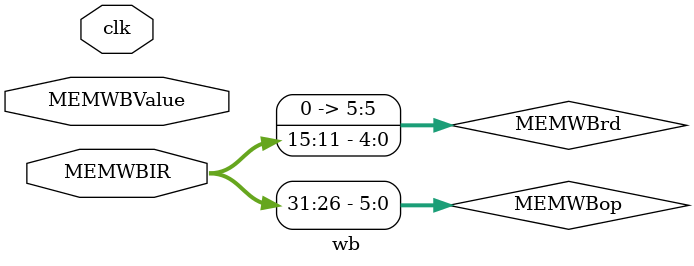
<source format=sv>
`timescale 1ns / 1ps

module wb(
    input clk,
    input [31:0] MEMWBValue,  
    input [31:0] MEMWBIR
    );
    
    wire [5:0] MEMWBop;
    wire [5:0] MEMWBrd;
    assign MEMWBop = MEMWBIR[31:26];
    assign MEMWBrd = MEMWBIR[15:11];    
     
   `include "parameters.sv"
   always @(posedge clk)
   begin
       if ((MEMWBop==ALUop) & (MEMWBrd != 0)) CPU.Regs[MEMWBrd] <= MEMWBValue; // ALU operation
          else if ((MEMWBop == LW) & (MEMWBIR[20:16] != 0))
                begin
                   //$display("The MEMWBValue is %d", MEMWBValue); 
                   CPU.Regs[MEMWBIR[20:16]] <= MEMWBValue; // Load operation
                end
          else if ( MEMWBop == CINDC ) CPU.Regs[MEMWBrd] <= MEMWBValue;
          else if ( MEMWBop == BEQINIT ) begin ; end // Do nothing
   end
endmodule

</source>
